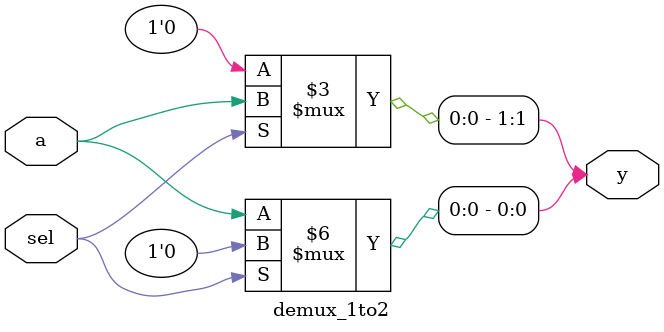
<source format=v>
module demux_1to2 (input a,sel,output reg [1:0]y);

always @(*) begin
	y=2'b00;
	if(sel)
	    y[1]=a;
	else   
	    y[0]=a;
     end
endmodule

</source>
